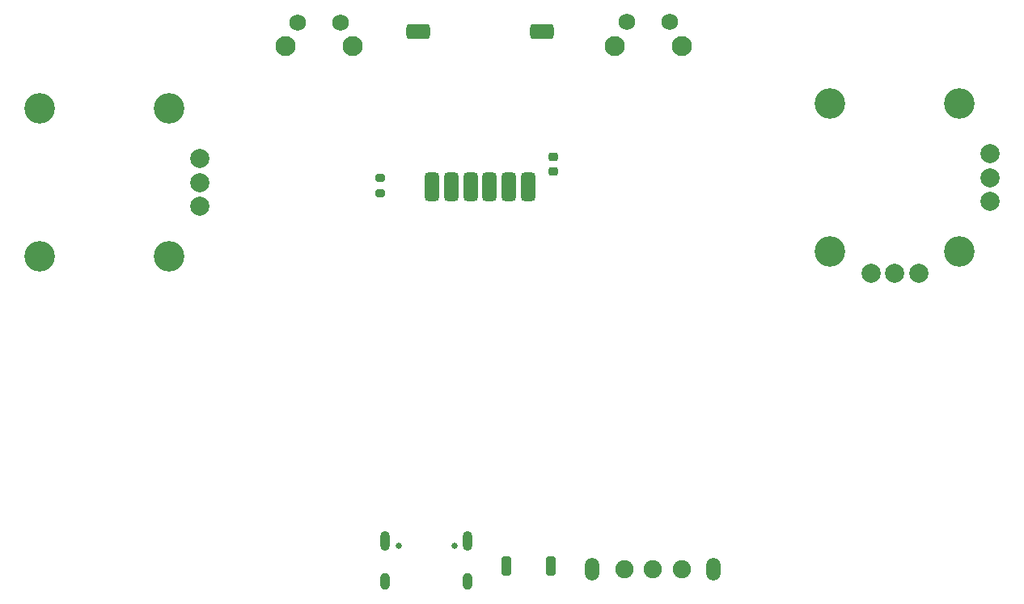
<source format=gbr>
%TF.GenerationSoftware,KiCad,Pcbnew,7.0.5*%
%TF.CreationDate,2023-11-02T21:43:45+08:00*%
%TF.ProjectId,___,65a7682e-6b69-4636-9164-5f7063625858,rev?*%
%TF.SameCoordinates,Original*%
%TF.FileFunction,Soldermask,Bot*%
%TF.FilePolarity,Negative*%
%FSLAX46Y46*%
G04 Gerber Fmt 4.6, Leading zero omitted, Abs format (unit mm)*
G04 Created by KiCad (PCBNEW 7.0.5) date 2023-11-02 21:43:45*
%MOMM*%
%LPD*%
G01*
G04 APERTURE LIST*
G04 Aperture macros list*
%AMRoundRect*
0 Rectangle with rounded corners*
0 $1 Rounding radius*
0 $2 $3 $4 $5 $6 $7 $8 $9 X,Y pos of 4 corners*
0 Add a 4 corners polygon primitive as box body*
4,1,4,$2,$3,$4,$5,$6,$7,$8,$9,$2,$3,0*
0 Add four circle primitives for the rounded corners*
1,1,$1+$1,$2,$3*
1,1,$1+$1,$4,$5*
1,1,$1+$1,$6,$7*
1,1,$1+$1,$8,$9*
0 Add four rect primitives between the rounded corners*
20,1,$1+$1,$2,$3,$4,$5,0*
20,1,$1+$1,$4,$5,$6,$7,0*
20,1,$1+$1,$6,$7,$8,$9,0*
20,1,$1+$1,$8,$9,$2,$3,0*%
G04 Aperture macros list end*
%ADD10C,1.900000*%
%ADD11O,1.500000X2.400000*%
%ADD12O,1.000000X1.800000*%
%ADD13O,1.000000X2.100000*%
%ADD14C,0.650000*%
%ADD15C,1.750000*%
%ADD16C,2.100000*%
%ADD17C,2.000000*%
%ADD18C,3.200000*%
%ADD19RoundRect,0.225000X0.250000X-0.225000X0.250000X0.225000X-0.250000X0.225000X-0.250000X-0.225000X0*%
%ADD20RoundRect,0.250000X0.250000X0.750000X-0.250000X0.750000X-0.250000X-0.750000X0.250000X-0.750000X0*%
%ADD21RoundRect,0.200000X-0.275000X0.200000X-0.275000X-0.200000X0.275000X-0.200000X0.275000X0.200000X0*%
%ADD22RoundRect,0.375000X0.375000X-1.125000X0.375000X1.125000X-0.375000X1.125000X-0.375000X-1.125000X0*%
%ADD23RoundRect,0.400000X0.850000X0.400000X-0.850000X0.400000X-0.850000X-0.400000X0.850000X-0.400000X0*%
G04 APERTURE END LIST*
D10*
%TO.C,SW1*%
X161700000Y-124200000D03*
X164700000Y-124200000D03*
X167700000Y-124200000D03*
D11*
X171050000Y-124200000D03*
X158350000Y-124200000D03*
%TD*%
D12*
%TO.C,J7*%
X145320000Y-125475000D03*
D13*
X145320000Y-121275000D03*
D12*
X136680000Y-125475000D03*
D13*
X136680000Y-121275000D03*
D14*
X143890000Y-121795000D03*
X138110000Y-121795000D03*
%TD*%
D15*
%TO.C,SW13*%
X132000000Y-67000000D03*
X127500000Y-67000000D03*
D16*
X133260000Y-69490000D03*
X126250000Y-69490000D03*
%TD*%
D15*
%TO.C,SW14*%
X166475000Y-66962500D03*
X161975000Y-66962500D03*
D16*
X167735000Y-69452500D03*
X160725000Y-69452500D03*
%TD*%
D17*
%TO.C,U9*%
X117250000Y-81250000D03*
X117250000Y-83750000D03*
X117250000Y-86250000D03*
D18*
X100500000Y-76000000D03*
X100500000Y-91500000D03*
X114000000Y-76000000D03*
X114000000Y-91500000D03*
%TD*%
D17*
%TO.C,U8*%
X200000000Y-80750000D03*
X200000000Y-83250000D03*
X200000000Y-85750000D03*
X187500000Y-93250000D03*
X190000000Y-93250000D03*
X192500000Y-93250000D03*
D18*
X183250000Y-75500000D03*
X183250000Y-91000000D03*
X196750000Y-75500000D03*
X196750000Y-91000000D03*
%TD*%
D19*
%TO.C,C20*%
X154300000Y-82625000D03*
X154300000Y-81075000D03*
%TD*%
D20*
%TO.C,BAT-*%
X149375000Y-123875000D03*
%TD*%
%TO.C,BAT+*%
X154000000Y-123875000D03*
%TD*%
D21*
%TO.C,R2*%
X136150000Y-83250000D03*
X136150000Y-84900000D03*
%TD*%
D22*
%TO.C,U5*%
X151600000Y-84180000D03*
X149600000Y-84180000D03*
X147600000Y-84180000D03*
X145600000Y-84180000D03*
X143600000Y-84180000D03*
X141600000Y-84180000D03*
D23*
X153100000Y-67980000D03*
X140100000Y-67980000D03*
%TD*%
M02*

</source>
